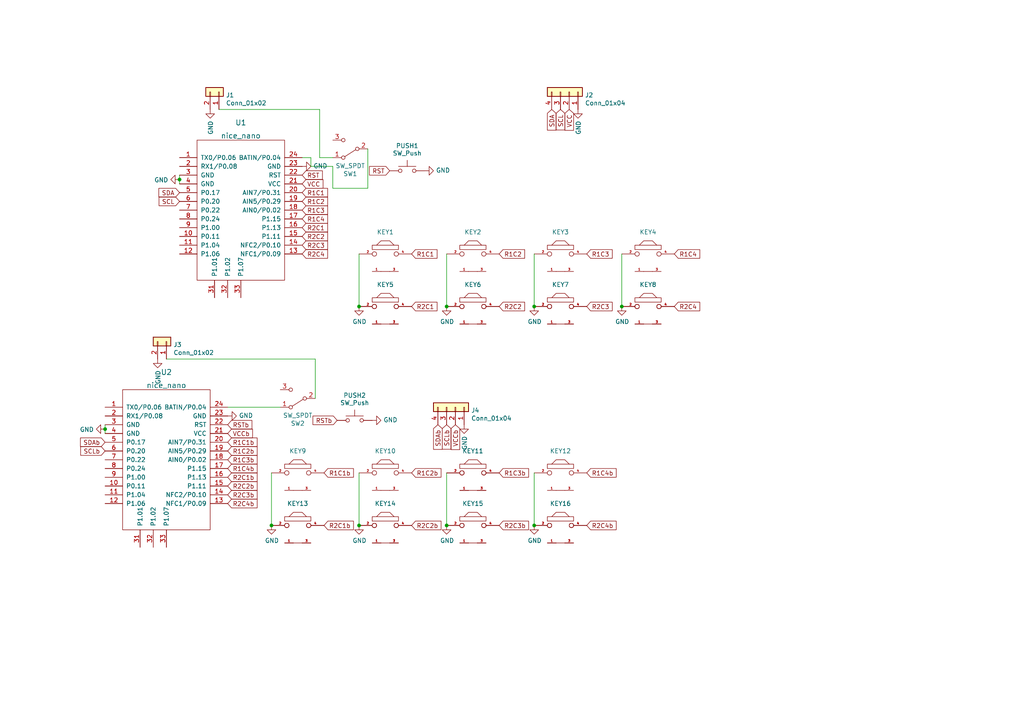
<source format=kicad_sch>
(kicad_sch (version 20230121) (generator eeschema)
  (paper "A4")
  (lib_symbols
    (symbol "Cherry-ML:ML" (pin_names (offset 1.016))
      (property "Reference" "SW" (at 0 5.08 0))
      (symbol "ML_0_1"
        (polyline (pts (xy 1.27 -5.08) (xy -1.27 -5.08)))
        (polyline (pts (xy -2.54 2.54) (xy -1.27 3.81) (xy 1.27 3.81) (xy 2.54 2.54)))
        (polyline (pts (xy -3.81 1.27) (xy 3.81 1.27) (xy 3.81 2.54) (xy -3.81 2.54) (xy -3.81 1.27)))
      )
      (symbol "ML_1_1"
        (pin input line (at -3.81 -5.08 0) (length 2.54) (name "~") (number "1"))
        (pin input inverted (at -7.62 0 0) (length 5.08) (name "~") (number "2"))
        (pin input line (at 3.81 -5.08 180) (length 2.54) (name "~") (number "3"))
        (pin input inverted (at 7.62 0 180) (length 5.08) (name "~") (number "4"))
      )
    )
    (symbol "Connector_Generic:Conn_01x02" (pin_names (offset 1.016) hide)
      (property "Reference" "J" (at 0 2.54 0))
      (property "Value" "Conn_01x02" (at 0 -5.08 0))
      (symbol "Conn_01x02_1_1"
        (rectangle (start -1.27 -2.413) (end 0 -2.667) (stroke (width 0.1524)))
        (rectangle (start -1.27 0.127) (end 0 -0.127) (stroke (width 0.1524)))
        (rectangle (start -1.27 1.27) (end 1.27 -3.81) (stroke (width 0.254)) (fill (type background)))
        (pin passive line (at -5.08 0 0) (length 3.81) (name "Pin_1") (number "1"))
        (pin passive line (at -5.08 -2.54 0) (length 3.81) (name "Pin_2") (number "2"))
      )
    )
    (symbol "Connector_Generic:Conn_01x04" (pin_names (offset 1.016) hide)
      (property "Reference" "J" (at 0 5.08 0))
      (property "Value" "Conn_01x04" (at 0 -7.62 0))
      (symbol "Conn_01x04_1_1"
        (rectangle (start -1.27 -4.953) (end 0 -5.207) (stroke (width 0.1524)))
        (rectangle (start -1.27 -2.413) (end 0 -2.667) (stroke (width 0.1524)))
        (rectangle (start -1.27 0.127) (end 0 -0.127) (stroke (width 0.1524)))
        (rectangle (start -1.27 2.667) (end 0 2.413) (stroke (width 0.1524)))
        (rectangle (start -1.27 3.81) (end 1.27 -6.35) (stroke (width 0.254)) (fill (type background)))
        (pin passive line (at -5.08 2.54 0) (length 3.81) (name "Pin_1") (number "1"))
        (pin passive line (at -5.08 0 0) (length 3.81) (name "Pin_2") (number "2"))
        (pin passive line (at -5.08 -2.54 0) (length 3.81) (name "Pin_3") (number "3"))
        (pin passive line (at -5.08 -5.08 0) (length 3.81) (name "Pin_4") (number "4"))
      )
    )
    (symbol "Switch:SW_Push" (pin_numbers hide) (pin_names (offset 1.016) hide)
      (property "Reference" "SW" (at 1.27 2.54 0))
      (property "Value" "SW_Push" (at 0 -1.524 0))
      (symbol "SW_Push_0_1"
        (circle (center -2.032 0) (radius 0.508))
        (polyline (pts (xy 0 1.27) (xy 0 3.048)))
        (polyline (pts (xy 2.54 1.27) (xy -2.54 1.27)))
        (circle (center 2.032 0) (radius 0.508))
        (pin passive line (at -5.08 0 0) (length 2.54) (name "1") (number "1"))
        (pin passive line (at 5.08 0 180) (length 2.54) (name "2") (number "2"))
      )
    )
    (symbol "Switch:SW_SPDT" (pin_names (offset 0) hide)
      (property "Reference" "SW" (at 0 4.318 0))
      (property "Value" "SW_SPDT" (at 0 -5.08 0))
      (symbol "SW_SPDT_0_0"
        (circle (center -2.032 0) (radius 0.508))
        (circle (center 2.032 -2.54) (radius 0.508))
      )
      (symbol "SW_SPDT_0_1"
        (polyline (pts (xy -1.524 0.254) (xy 1.651 2.286)))
        (circle (center 2.032 2.54) (radius 0.508))
      )
      (symbol "SW_SPDT_1_1"
        (pin passive line (at 5.08 2.54 180) (length 2.54) (name "A") (number "1"))
        (pin passive line (at -5.08 0 0) (length 2.54) (name "B") (number "2"))
        (pin passive line (at 5.08 -2.54 180) (length 2.54) (name "C") (number "3"))
      )
    )
    (symbol "nice_nano:nice_nano" (pin_names (offset 1.016))
      (property "Reference" "U" (at 0 0 0))
      (property "Value" "nice_nano" (at 0 2.54 0))
      (symbol "nice_nano_0_1"
        (rectangle (start -12.7 -21.59) (end 12.7 19.05))
      )
      (symbol "nice_nano_1_1"
        (pin input line (at -17.78 13.97 0) (length 5.08) (name "TX0/P0.06") (number "1"))
        (pin input line (at -17.78 -8.89 0) (length 5.08) (name "P0.11") (number "10"))
        (pin input line (at -17.78 -11.43 0) (length 5.08) (name "P1.04") (number "11"))
        (pin input line (at -17.78 -13.97 0) (length 5.08) (name "P1.06") (number "12"))
        (pin input line (at 17.78 -13.97 180) (length 5.08) (name "NFC1/P0.09") (number "13"))
        (pin input line (at 17.78 -11.43 180) (length 5.08) (name "NFC2/P0.10") (number "14"))
        (pin input line (at 17.78 -8.89 180) (length 5.08) (name "P1.11") (number "15"))
        (pin input line (at 17.78 -6.35 180) (length 5.08) (name "P1.13") (number "16"))
        (pin input line (at 17.78 -3.81 180) (length 5.08) (name "P1.15") (number "17"))
        (pin input line (at 17.78 -1.27 180) (length 5.08) (name "AIN0/P0.02") (number "18"))
        (pin input line (at 17.78 1.27 180) (length 5.08) (name "AIN5/P0.29") (number "19"))
        (pin input line (at -17.78 11.43 0) (length 5.08) (name "RX1/P0.08") (number "2"))
        (pin input line (at 17.78 3.81 180) (length 5.08) (name "AIN7/P0.31") (number "20"))
        (pin input line (at 17.78 6.35 180) (length 5.08) (name "VCC") (number "21"))
        (pin input line (at 17.78 8.89 180) (length 5.08) (name "RST") (number "22"))
        (pin input line (at 17.78 11.43 180) (length 5.08) (name "GND") (number "23"))
        (pin input line (at 17.78 13.97 180) (length 5.08) (name "BATIN/P0.04") (number "24"))
        (pin input line (at -17.78 8.89 0) (length 5.08) (name "GND") (number "3"))
        (pin input line (at -7.62 -26.67 90) (length 5.08) (name "P1.01") (number "31"))
        (pin input line (at -3.81 -26.67 90) (length 5.08) (name "P1.02") (number "32"))
        (pin input line (at 0 -26.67 90) (length 5.08) (name "P1.07") (number "33"))
        (pin input line (at -17.78 6.35 0) (length 5.08) (name "GND") (number "4"))
        (pin input line (at -17.78 3.81 0) (length 5.08) (name "P0.17") (number "5"))
        (pin input line (at -17.78 1.27 0) (length 5.08) (name "P0.20") (number "6"))
        (pin input line (at -17.78 -1.27 0) (length 5.08) (name "P0.22") (number "7"))
        (pin input line (at -17.78 -3.81 0) (length 5.08) (name "P0.24") (number "8"))
        (pin input line (at -17.78 -6.35 0) (length 5.08) (name "P1.00") (number "9"))
      )
    )
    (symbol "power:GND" (power) (pin_names (offset 0))
      (property "Value" "GND" (at 0 -3.81 0))
      (symbol "GND_0_1"
        (polyline (pts (xy 0 0) (xy 0 -1.27) (xy 1.27 -1.27) (xy 0 -2.54) (xy -1.27 -1.27) (xy 0 -1.27)))
      )
      (symbol "GND_1_1"
        (pin power_in line (at 0 0 270) (length 0) hide (name "GND") (number "1"))
      )
    )
  )
  (junction (at 129.54 88.9))
  (junction (at 104.14 152.4))
  (junction (at 104.14 88.9))
  (junction (at 154.94 152.4))
  (junction (at 30.48 124.46))
  (junction (at 154.94 88.9))
  (junction (at 52.07 52.07))
  (junction (at 78.74 152.4))
  (junction (at 180.34 88.9))
  (junction (at 129.54 152.4))
  (wire (pts (xy 106.68 43.18) (xy 106.68 54.61)))
  (wire (pts (xy 96.52 45.72) (xy 92.71 45.72)))
  (wire (pts (xy 129.54 73.66) (xy 129.54 88.9)))
  (wire (pts (xy 104.14 73.66) (xy 104.14 88.9)))
  (wire (pts (xy 87.63 45.72) (xy 90.17 45.72)))
  (wire (pts (xy 129.54 137.16) (xy 129.54 152.4)))
  (wire (pts (xy 106.68 54.61) (xy 96.52 54.61)))
  (wire (pts (xy 30.48 124.46) (xy 30.48 123.19)))
  (wire (pts (xy 30.48 125.73) (xy 30.48 124.46)))
  (wire (pts (xy 154.94 73.66) (xy 154.94 88.9)))
  (wire (pts (xy 91.44 104.14) (xy 91.44 115.57)))
  (wire (pts (xy 96.52 48.26) (xy 96.52 54.61)))
  (wire (pts (xy 48.26 104.14) (xy 91.44 104.14)))
  (wire (pts (xy 63.5 31.75) (xy 92.71 31.75)))
  (wire (pts (xy 180.34 73.66) (xy 180.34 88.9)))
  (wire (pts (xy 90.17 45.72) (xy 90.17 48.26)))
  (wire (pts (xy 104.14 137.16) (xy 104.14 152.4)))
  (wire (pts (xy 92.71 45.72) (xy 92.71 31.75)))
  (wire (pts (xy 154.94 137.16) (xy 154.94 152.4)))
  (wire (pts (xy 90.17 48.26) (xy 96.52 48.26)))
  (wire (pts (xy 52.07 52.07) (xy 52.07 50.8)))
  (wire (pts (xy 52.07 53.34) (xy 52.07 52.07)))
  (wire (pts (xy 66.04 118.11) (xy 81.28 118.11)))
  (wire (pts (xy 78.74 137.16) (xy 78.74 152.4)))
  (global_label "R2C2" (shape input) (at 144.78 88.9 0) (property "Intersheetrefs" "${INTERSHEET_REFS}" (effects hide)))
  (global_label "R1C1" (shape input) (at 87.63 55.88 0) (property "Intersheetrefs" "${INTERSHEET_REFS}" (effects hide)))
  (global_label "R2C2" (shape input) (at 87.63 68.58 0) (property "Intersheetrefs" "${INTERSHEET_REFS}" (effects hide)))
  (global_label "R1C2" (shape input) (at 87.63 58.42 0) (property "Intersheetrefs" "${INTERSHEET_REFS}" (effects hide)))
  (global_label "R1C4b" (shape input) (at 66.04 135.89 0) (property "Intersheetrefs" "${INTERSHEET_REFS}" (effects hide)))
  (global_label "R1C4b" (shape input) (at 170.18 137.16 0) (property "Intersheetrefs" "${INTERSHEET_REFS}" (effects hide)))
  (global_label "R2C1" (shape input) (at 87.63 66.04 0) (property "Intersheetrefs" "${INTERSHEET_REFS}" (effects hide)))
  (global_label "R1C2" (shape input) (at 144.78 73.66 0) (property "Intersheetrefs" "${INTERSHEET_REFS}" (effects hide)))
  (global_label "R1C3" (shape input) (at 87.63 60.96 0) (property "Intersheetrefs" "${INTERSHEET_REFS}" (effects hide)))
  (global_label "R1C3" (shape input) (at 170.18 73.66 0) (property "Intersheetrefs" "${INTERSHEET_REFS}" (effects hide)))
  (global_label "RSTb" (shape input) (at 66.04 123.19 0) (property "Intersheetrefs" "${INTERSHEET_REFS}" (effects hide)))
  (global_label "SCLb" (shape input) (at 129.54 123.19 270) (property "Intersheetrefs" "${INTERSHEET_REFS}" (effects hide)))
  (global_label "R1C4" (shape input) (at 87.63 63.5 0) (property "Intersheetrefs" "${INTERSHEET_REFS}" (effects hide)))
  (global_label "SDAb" (shape input) (at 127 123.19 270) (property "Intersheetrefs" "${INTERSHEET_REFS}" (effects hide)))
  (global_label "VCCb" (shape input) (at 66.04 125.73 0) (property "Intersheetrefs" "${INTERSHEET_REFS}" (effects hide)))
  (global_label "R2C4b" (shape input) (at 170.18 152.4 0) (property "Intersheetrefs" "${INTERSHEET_REFS}" (effects hide)))
  (global_label "R1C2b" (shape input) (at 119.38 137.16 0) (property "Intersheetrefs" "${INTERSHEET_REFS}" (effects hide)))
  (global_label "R2C3b" (shape input) (at 144.78 152.4 0) (property "Intersheetrefs" "${INTERSHEET_REFS}" (effects hide)))
  (global_label "VCCb" (shape input) (at 132.08 123.19 270) (property "Intersheetrefs" "${INTERSHEET_REFS}" (effects hide)))
  (global_label "R2C3b" (shape input) (at 66.04 143.51 0) (property "Intersheetrefs" "${INTERSHEET_REFS}" (effects hide)))
  (global_label "R2C1" (shape input) (at 119.38 88.9 0) (property "Intersheetrefs" "${INTERSHEET_REFS}" (effects hide)))
  (global_label "R1C3b" (shape input) (at 66.04 133.35 0) (property "Intersheetrefs" "${INTERSHEET_REFS}" (effects hide)))
  (global_label "R1C4" (shape input) (at 195.58 73.66 0) (property "Intersheetrefs" "${INTERSHEET_REFS}" (effects hide)))
  (global_label "SCL" (shape input) (at 52.07 58.42 180) (property "Intersheetrefs" "${INTERSHEET_REFS}" (effects hide)))
  (global_label "R2C4" (shape input) (at 195.58 88.9 0) (property "Intersheetrefs" "${INTERSHEET_REFS}" (effects hide)))
  (global_label "RSTb" (shape input) (at 97.79 121.92 180) (property "Intersheetrefs" "${INTERSHEET_REFS}" (effects hide)))
  (global_label "SDA" (shape input) (at 52.07 55.88 180) (property "Intersheetrefs" "${INTERSHEET_REFS}" (effects hide)))
  (global_label "R1C3b" (shape input) (at 144.78 137.16 0) (property "Intersheetrefs" "${INTERSHEET_REFS}" (effects hide)))
  (global_label "R2C1b" (shape input) (at 93.98 152.4 0) (property "Intersheetrefs" "${INTERSHEET_REFS}" (effects hide)))
  (global_label "SCLb" (shape input) (at 30.48 130.81 180) (property "Intersheetrefs" "${INTERSHEET_REFS}" (effects hide)))
  (global_label "RST" (shape input) (at 113.03 49.53 180) (property "Intersheetrefs" "${INTERSHEET_REFS}" (effects hide)))
  (global_label "R2C3" (shape input) (at 87.63 71.12 0) (property "Intersheetrefs" "${INTERSHEET_REFS}" (effects hide)))
  (global_label "VCC" (shape input) (at 87.63 53.34 0) (property "Intersheetrefs" "${INTERSHEET_REFS}" (effects hide)))
  (global_label "R2C1b" (shape input) (at 66.04 138.43 0) (property "Intersheetrefs" "${INTERSHEET_REFS}" (effects hide)))
  (global_label "R2C2b" (shape input) (at 119.38 152.4 0) (property "Intersheetrefs" "${INTERSHEET_REFS}" (effects hide)))
  (global_label "VCC" (shape input) (at 165.1 31.75 270) (property "Intersheetrefs" "${INTERSHEET_REFS}" (effects hide)))
  (global_label "R1C2b" (shape input) (at 66.04 130.81 0) (property "Intersheetrefs" "${INTERSHEET_REFS}" (effects hide)))
  (global_label "SDA" (shape input) (at 160.02 31.75 270) (property "Intersheetrefs" "${INTERSHEET_REFS}" (effects hide)))
  (global_label "R1C1b" (shape input) (at 93.98 137.16 0) (property "Intersheetrefs" "${INTERSHEET_REFS}" (effects hide)))
  (global_label "R1C1b" (shape input) (at 66.04 128.27 0) (property "Intersheetrefs" "${INTERSHEET_REFS}" (effects hide)))
  (global_label "SCL" (shape input) (at 162.56 31.75 270) (property "Intersheetrefs" "${INTERSHEET_REFS}" (effects hide)))
  (global_label "R2C2b" (shape input) (at 66.04 140.97 0) (property "Intersheetrefs" "${INTERSHEET_REFS}" (effects hide)))
  (global_label "RST" (shape input) (at 87.63 50.8 0) (property "Intersheetrefs" "${INTERSHEET_REFS}" (effects hide)))
  (global_label "SDAb" (shape input) (at 30.48 128.27 180) (property "Intersheetrefs" "${INTERSHEET_REFS}" (effects hide)))
  (global_label "R2C3" (shape input) (at 170.18 88.9 0) (property "Intersheetrefs" "${INTERSHEET_REFS}" (effects hide)))
  (global_label "R2C4" (shape input) (at 87.63 73.66 0) (property "Intersheetrefs" "${INTERSHEET_REFS}" (effects hide)))
  (global_label "R1C1" (shape input) (at 119.38 73.66 0) (property "Intersheetrefs" "${INTERSHEET_REFS}" (effects hide)))
  (global_label "R2C4b" (shape input) (at 66.04 146.05 0) (property "Intersheetrefs" "${INTERSHEET_REFS}" (effects hide)))
  (symbol (lib_id "power:GND") (at 87.63 48.26 90) (unit 1)
    (property "Reference" "#PWR03" (effects hide))
    (property "Value" "GND" (at 90.8812 48.133 90) (effects (justify right)))
  )
  (symbol (lib_id "power:GND") (at 52.07 52.07 270) (unit 1)
    (property "Reference" "#PWR05" (effects hide))
    (property "Value" "GND" (at 48.8188 52.197 90) (effects (justify right)))
  )
  (symbol (lib_id "power:GND") (at 123.19 49.53 90) (unit 1)
    (property "Reference" "#PWR04" (effects hide))
    (property "Value" "GND" (at 126.4412 49.403 90) (effects (justify right)))
  )
  (symbol (lib_id "Switch:SW_Push") (at 118.11 49.53 0) (unit 1)
    (property "Reference" "PUSH1" (at 118.11 42.291 0))
    (property "Value" "SW_Push" (at 118.11 44.45 0))
    (property "Footprint" "Button_Switch_SMD:SW_SPST_B3U-1000P" (effects hide))
  )
  (symbol (lib_id "Switch:SW_SPDT") (at 101.6 43.18 180) (unit 1)
    (property "Reference" "SW1" (at 101.6 50.419 0))
    (property "Value" "SW_SPDT" (at 101.6 48.1076 0))
    (property "Footprint" "Button_Switch_SMD:SW_SPDT_PCM12" (effects hide))
  )
  (symbol (lib_id "Connector_Generic:Conn_01x02") (at 63.5 26.67 270) (mirror x) (unit 1)
    (property "Reference" "J1" (at 65.532 27.5844 90) (effects (justify left)))
    (property "Value" "Conn_01x02" (at 65.532 29.8958 90) (effects (justify left)))
    (property "Footprint" "Connector_PinHeader_2.54mm:PinHeader_1x02_P2.54mm_Vertical" (effects hide))
  )
  (symbol (lib_id "Connector_Generic:Conn_01x04") (at 165.1 26.67 270) (mirror x) (unit 1)
    (property "Reference" "J2" (at 169.672 27.5844 90) (effects (justify left)))
    (property "Value" "Conn_01x04" (at 169.672 29.8958 90) (effects (justify left)))
    (property "Footprint" "lib:OLED" (effects hide))
  )
  (symbol (lib_id "power:GND") (at 167.64 31.75 0) (unit 1)
    (property "Reference" "#PWR02" (effects hide))
    (property "Value" "GND" (at 167.767 35.0012 90) (effects (justify right)))
  )
  (symbol (lib_id "power:GND") (at 30.48 124.46 270) (unit 1)
    (property "Reference" "#PWR014" (effects hide))
    (property "Value" "GND" (at 27.2288 124.587 90) (effects (justify right)))
  )
  (symbol (lib_id "power:GND") (at 66.04 120.65 90) (unit 1)
    (property "Reference" "#PWR011" (effects hide))
    (property "Value" "GND" (at 69.2912 120.523 90) (effects (justify right)))
  )
  (symbol (lib_id "Cherry-ML:ML") (at 111.76 137.16 0) (unit 1)
    (property "Reference" "KEY10" (at 111.76 130.81 0))
    (property "Value" "ML" (effects hide))
    (property "Footprint" "Cherry_ML:NoSilk_SW_Cherry_ML_1u_Centred" (effects hide))
  )
  (symbol (lib_id "power:GND") (at 180.34 88.9 0) (unit 1)
    (property "Reference" "#PWR09" (effects hide))
    (property "Value" "GND" (at 180.467 93.2942 0))
  )
  (symbol (lib_id "Cherry-ML:ML") (at 137.16 152.4 0) (unit 1)
    (property "Reference" "KEY15" (at 137.16 146.05 0))
    (property "Value" "ML" (effects hide))
    (property "Footprint" "Cherry_ML:NoSilk_SW_Cherry_ML_1u_Centred" (effects hide))
  )
  (symbol (lib_id "Cherry-ML:ML") (at 111.76 73.66 0) (unit 1)
    (property "Reference" "KEY1" (at 111.76 67.31 0))
    (property "Value" "ML" (effects hide))
    (property "Footprint" "Cherry_ML:NoSilk_SW_Cherry_ML_1u_Centred" (effects hide))
  )
  (symbol (lib_id "Cherry-ML:ML") (at 162.56 152.4 0) (unit 1)
    (property "Reference" "KEY16" (at 162.56 146.05 0))
    (property "Value" "ML" (effects hide))
    (property "Footprint" "Cherry_ML:NoSilk_SW_Cherry_ML_1u_Centred" (effects hide))
  )
  (symbol (lib_id "power:GND") (at 104.14 88.9 0) (unit 1)
    (property "Reference" "#PWR06" (effects hide))
    (property "Value" "GND" (at 104.267 93.2942 0))
  )
  (symbol (lib_id "power:GND") (at 129.54 88.9 0) (unit 1)
    (property "Reference" "#PWR07" (effects hide))
    (property "Value" "GND" (at 129.667 93.2942 0))
  )
  (symbol (lib_id "Connector_Generic:Conn_01x02") (at 48.26 99.06 270) (mirror x) (unit 1)
    (property "Reference" "J3" (at 50.292 99.9744 90) (effects (justify left)))
    (property "Value" "Conn_01x02" (at 50.292 102.2858 90) (effects (justify left)))
    (property "Footprint" "Connector_PinHeader_2.54mm:PinHeader_1x02_P2.54mm_Vertical" (effects hide))
  )
  (symbol (lib_id "Cherry-ML:ML") (at 187.96 88.9 0) (unit 1)
    (property "Reference" "KEY8" (at 187.96 82.55 0))
    (property "Value" "ML" (effects hide))
    (property "Footprint" "Cherry_ML:NoSilk_SW_Cherry_ML_1u_Centred" (effects hide))
  )
  (symbol (lib_id "Cherry-ML:ML") (at 86.36 152.4 0) (unit 1)
    (property "Reference" "KEY13" (at 86.36 146.05 0))
    (property "Value" "ML" (effects hide))
    (property "Footprint" "Cherry_ML:NoSilk_SW_Cherry_ML_1u_Centred" (effects hide))
  )
  (symbol (lib_id "power:GND") (at 154.94 152.4 0) (unit 1)
    (property "Reference" "#PWR018" (effects hide))
    (property "Value" "GND" (at 155.067 156.7942 0))
  )
  (symbol (lib_id "power:GND") (at 78.74 152.4 0) (unit 1)
    (property "Reference" "#PWR015" (effects hide))
    (property "Value" "GND" (at 78.867 156.7942 0))
  )
  (symbol (lib_id "Cherry-ML:ML") (at 162.56 137.16 0) (unit 1)
    (property "Reference" "KEY12" (at 162.56 130.81 0))
    (property "Value" "ML" (effects hide))
    (property "Footprint" "Cherry_ML:NoSilk_SW_Cherry_ML_1u_Centred" (effects hide))
  )
  (symbol (lib_id "Connector_Generic:Conn_01x04") (at 132.08 118.11 270) (mirror x) (unit 1)
    (property "Reference" "J4" (at 136.652 119.0244 90) (effects (justify left)))
    (property "Value" "Conn_01x04" (at 136.652 121.3358 90) (effects (justify left)))
    (property "Footprint" "lib:OLED" (effects hide))
  )
  (symbol (lib_id "power:GND") (at 45.72 104.14 0) (unit 1)
    (property "Reference" "#PWR010" (effects hide))
    (property "Value" "GND" (at 45.847 107.3912 90) (effects (justify right)))
  )
  (symbol (lib_id "Cherry-ML:ML") (at 111.76 152.4 0) (unit 1)
    (property "Reference" "KEY14" (at 111.76 146.05 0))
    (property "Value" "ML" (effects hide))
    (property "Footprint" "Cherry_ML:NoSilk_SW_Cherry_ML_1u_Centred" (effects hide))
  )
  (symbol (lib_id "nice_nano:nice_nano") (at 48.26 132.08 0) (unit 1)
    (property "Reference" "U2" (at 48.26 107.95 0) (effects (font (size 1.524 1.524))))
    (property "Value" "nice_nano" (at 48.26 111.76 0) (effects (font (size 1.524 1.524))))
    (property "Footprint" "random-keyboard-parts:nice_nano" (effects hide))
  )
  (symbol (lib_id "power:GND") (at 129.54 152.4 0) (unit 1)
    (property "Reference" "#PWR017" (effects hide))
    (property "Value" "GND" (at 129.667 156.7942 0))
  )
  (symbol (lib_id "Cherry-ML:ML") (at 137.16 73.66 0) (unit 1)
    (property "Reference" "KEY2" (at 137.16 67.31 0))
    (property "Value" "ML" (effects hide))
    (property "Footprint" "Cherry_ML:NoSilk_SW_Cherry_ML_1u_Centred" (effects hide))
  )
  (symbol (lib_id "power:GND") (at 154.94 88.9 0) (unit 1)
    (property "Reference" "#PWR08" (effects hide))
    (property "Value" "GND" (at 155.067 93.2942 0))
  )
  (symbol (lib_id "power:GND") (at 104.14 152.4 0) (unit 1)
    (property "Reference" "#PWR016" (effects hide))
    (property "Value" "GND" (at 104.267 156.7942 0))
  )
  (symbol (lib_id "Cherry-ML:ML") (at 162.56 88.9 0) (unit 1)
    (property "Reference" "KEY7" (at 162.56 82.55 0))
    (property "Value" "ML" (effects hide))
    (property "Footprint" "Cherry_ML:NoSilk_SW_Cherry_ML_1u_Centred" (effects hide))
  )
  (symbol (lib_id "Switch:SW_SPDT") (at 86.36 115.57 180) (unit 1)
    (property "Reference" "SW2" (at 86.36 122.809 0))
    (property "Value" "SW_SPDT" (at 86.36 120.4976 0))
    (property "Footprint" "Button_Switch_SMD:SW_SPDT_PCM12" (effects hide))
  )
  (symbol (lib_id "nice_nano:nice_nano") (at 69.85 59.69 0) (unit 1)
    (property "Reference" "U1" (at 69.85 35.56 0) (effects (font (size 1.524 1.524))))
    (property "Value" "nice_nano" (at 69.85 39.37 0) (effects (font (size 1.524 1.524))))
    (property "Footprint" "random-keyboard-parts:nice_nano" (effects hide))
  )
  (symbol (lib_id "Cherry-ML:ML") (at 162.56 73.66 0) (unit 1)
    (property "Reference" "KEY3" (at 162.56 67.31 0))
    (property "Value" "ML" (effects hide))
    (property "Footprint" "Cherry_ML:NoSilk_SW_Cherry_ML_1u_Centred" (effects hide))
  )
  (symbol (lib_id "Switch:SW_Push") (at 102.87 121.92 0) (unit 1)
    (property "Reference" "PUSH2" (at 102.87 114.681 0))
    (property "Value" "SW_Push" (at 102.87 116.84 0))
    (property "Footprint" "Button_Switch_SMD:SW_SPST_B3U-1000P" (effects hide))
  )
  (symbol (lib_id "power:GND") (at 60.96 31.75 0) (unit 1)
    (property "Reference" "#PWR01" (effects hide))
    (property "Value" "GND" (at 61.087 35.0012 90) (effects (justify right)))
  )
  (symbol (lib_id "Cherry-ML:ML") (at 86.36 137.16 0) (unit 1)
    (property "Reference" "KEY9" (at 86.36 130.81 0))
    (property "Value" "ML" (effects hide))
    (property "Footprint" "Cherry_ML:NoSilk_SW_Cherry_ML_1u_Centred" (effects hide))
  )
  (symbol (lib_id "power:GND") (at 134.62 123.19 0) (unit 1)
    (property "Reference" "#PWR013" (effects hide))
    (property "Value" "GND" (at 134.747 126.4412 90) (effects (justify right)))
  )
  (symbol (lib_id "power:GND") (at 107.95 121.92 90) (unit 1)
    (property "Reference" "#PWR012" (effects hide))
    (property "Value" "GND" (at 111.2012 121.793 90) (effects (justify right)))
  )
  (symbol (lib_id "Cherry-ML:ML") (at 137.16 137.16 0) (unit 1)
    (property "Reference" "KEY11" (at 137.16 130.81 0))
    (property "Value" "ML" (effects hide))
    (property "Footprint" "Cherry_ML:NoSilk_SW_Cherry_ML_1u_Centred" (effects hide))
  )
  (symbol (lib_id "Cherry-ML:ML") (at 137.16 88.9 0) (unit 1)
    (property "Reference" "KEY6" (at 137.16 82.55 0))
    (property "Value" "ML" (effects hide))
    (property "Footprint" "Cherry_ML:NoSilk_SW_Cherry_ML_1u_Centred" (effects hide))
  )
  (symbol (lib_id "Cherry-ML:ML") (at 187.96 73.66 0) (unit 1)
    (property "Reference" "KEY4" (at 187.96 67.31 0))
    (property "Value" "ML" (effects hide))
    (property "Footprint" "Cherry_ML:NoSilk_SW_Cherry_ML_1u_Centred" (effects hide))
  )
  (symbol (lib_id "Cherry-ML:ML") (at 111.76 88.9 0) (unit 1)
    (property "Reference" "KEY5" (at 111.76 82.55 0))
    (property "Value" "ML" (effects hide))
    (property "Footprint" "Cherry_ML:NoSilk_SW_Cherry_ML_1u_Centred" (effects hide))
  )
)
</source>
